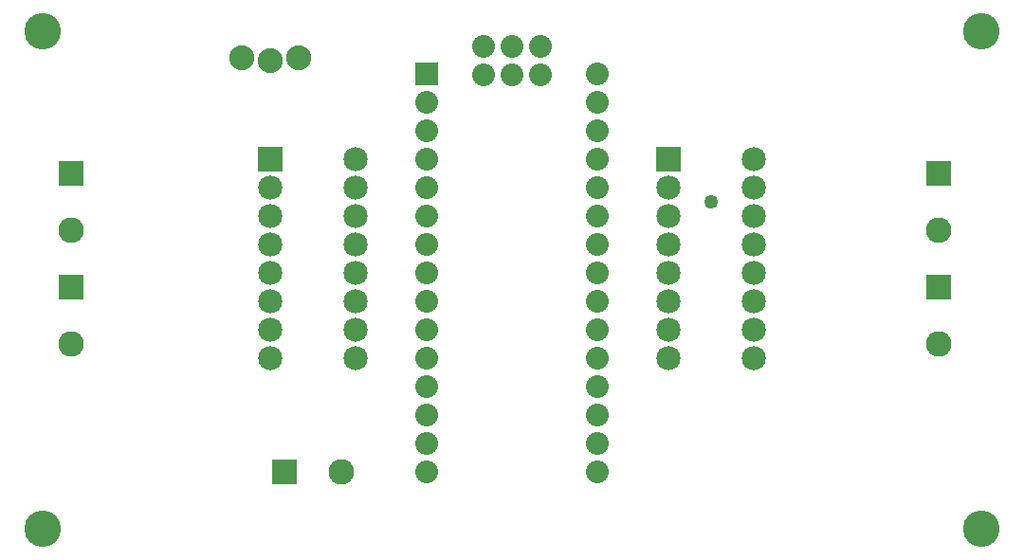
<source format=gbs>
G04 MADE WITH FRITZING*
G04 WWW.FRITZING.ORG*
G04 DOUBLE SIDED*
G04 HOLES PLATED*
G04 CONTOUR ON CENTER OF CONTOUR VECTOR*
%ASAXBY*%
%FSLAX23Y23*%
%MOIN*%
%OFA0B0*%
%SFA1.0B1.0*%
%ADD10C,0.088000*%
%ADD11C,0.085000*%
%ADD12C,0.080000*%
%ADD13C,0.090000*%
%ADD14C,0.049370*%
%ADD15C,0.128110*%
%ADD16R,0.085000X0.085000*%
%ADD17R,0.079958X0.080000*%
%ADD18R,0.090000X0.090000*%
%LNMASK0*%
G90*
G70*
G54D10*
X877Y1781D03*
X977Y1771D03*
X1077Y1781D03*
G54D11*
X977Y1426D03*
X1277Y1426D03*
X977Y1326D03*
X1277Y1326D03*
X977Y1226D03*
X1277Y1226D03*
X977Y1126D03*
X1277Y1126D03*
X977Y1026D03*
X1277Y1026D03*
X977Y926D03*
X1277Y926D03*
X977Y826D03*
X1277Y826D03*
X977Y726D03*
X1277Y726D03*
X2377Y1426D03*
X2677Y1426D03*
X2377Y1326D03*
X2677Y1326D03*
X2377Y1226D03*
X2677Y1226D03*
X2377Y1126D03*
X2677Y1126D03*
X2377Y1026D03*
X2677Y1026D03*
X2377Y926D03*
X2677Y926D03*
X2377Y826D03*
X2677Y826D03*
X2377Y726D03*
X2677Y726D03*
G54D12*
X1527Y1726D03*
X1527Y1626D03*
X1527Y1526D03*
X1527Y1426D03*
X1527Y1326D03*
X1527Y1226D03*
X1527Y1126D03*
X1527Y1026D03*
X1527Y926D03*
X1527Y826D03*
X1527Y726D03*
X1527Y626D03*
X1527Y526D03*
X1527Y426D03*
X1527Y326D03*
X2127Y1726D03*
X2127Y1626D03*
X2127Y1526D03*
X2127Y1426D03*
X2127Y1326D03*
X2127Y1226D03*
X2127Y1126D03*
X2127Y1026D03*
X2127Y926D03*
X2127Y826D03*
X2127Y726D03*
X2127Y626D03*
X2127Y526D03*
X2127Y426D03*
X2127Y326D03*
X1727Y1821D03*
X1727Y1721D03*
X1827Y1821D03*
X1827Y1721D03*
X1927Y1821D03*
X1927Y1721D03*
G54D13*
X1027Y326D03*
X1227Y326D03*
X3327Y1376D03*
X3327Y1176D03*
X277Y976D03*
X277Y776D03*
X277Y1376D03*
X277Y1176D03*
G54D14*
X2527Y1276D03*
G54D15*
X3477Y126D03*
X177Y126D03*
X3477Y1876D03*
X177Y1876D03*
G54D13*
X3327Y976D03*
X3327Y776D03*
G54D16*
X977Y1426D03*
X2377Y1426D03*
G54D17*
X1527Y1726D03*
G54D18*
X1027Y326D03*
X3327Y1376D03*
X277Y976D03*
X277Y1376D03*
X3327Y976D03*
G04 End of Mask0*
M02*
</source>
